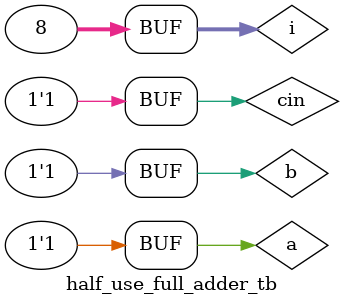
<source format=v>

module half_use_full_adder_tb();
reg a,b,cin;
wire sum,carry;
integer i;

data_flow_full_adder DUT(a,b,cin,sum,carry);

initial

begin
	a=1'b0;b=1'b0;cin=1'b0;
end
initial
begin
	for(i=0;i<8;i=i+1)
	begin
		{a,b,cin}=i;
		#100;
	end
end

initial $monitor("input a=%b /t b=%b /t c=%b /t output sum=%b/t carry=%b ",a,b,cin,sum,carry );
endmodule

</source>
